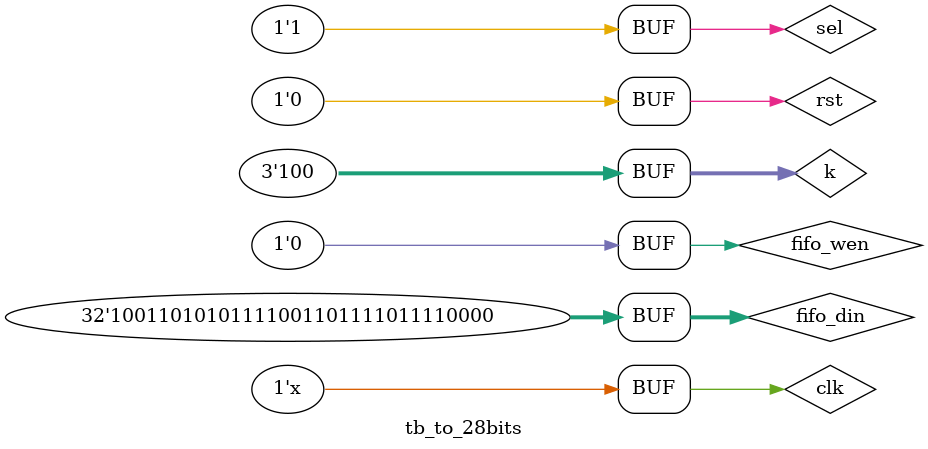
<source format=v>
`timescale 1ns / 1ns

module tb_to_28bits();

reg clk, rst;
reg sel;
reg [2:0] k;
wire [21:0] dout;
wire req;
wire valid;
reg wen;

reg [31:0] fifo_din;
reg fifo_wen;
wire [31:0] fifo_dout;
wire fifo_full, fifo_empty;

always #5 clk = ~clk;
initial begin
	#0 clk = 1'h 0;
	rst = 1'h 0;	
	wen = 1'h 0;
	sel = 1'h 1;
	k = 3'h 4;
	fifo_wen = 1'h 0;
	fifo_din = 32'h 0;
	#10 rst = 1'h 1;
	#10 rst = 1'h 0;
	#30 fifo_wen = 1'h 1;
	#0 fifo_din = 32'h 01234567;
	#10 fifo_din = 32'h 12345678;
	#10 fifo_din = 32'h 23456789;
	#10 fifo_din = 32'h 3456789a;
	#10 fifo_din = 32'h 456789ab;
	#10 fifo_din = 32'h 56789abc;
	#10 fifo_din = 32'h 6789abcd;
	#10 fifo_din = 32'h 789abcde;
	#10 fifo_din = 32'h 89abcdef;
	#10 fifo_din = 32'h 9abcdef0;
	// #10 fifo_din = 32'h abcdef01;
	// #10 fifo_din = 32'h bcdef012;
	// #10 fifo_din = 32'h cdef0123;
	// #10 fifo_din = 32'h def01234;
	// #10 fifo_din = 32'h ef012345;
	// #10 fifo_din = 32'h f0123456;
	// #10 fifo_din = 32'h 01234567;
	// #10 fifo_din = 32'h 12345678;
	// #10 fifo_din = 32'h 23456789;
	// #10 fifo_din = 32'h 3456789a;
	// #10 fifo_din = 32'h 456789ab;
	// #10 fifo_din = 32'h 56789abc;
	#10 fifo_wen = 1'h 0; 
end
always @(posedge clk) wen <= ~fifo_empty & req;

fifo_generator_0 fifo(
.clk(clk),
.srst(rst),
.din(fifo_din),
.wr_en(fifo_wen),
.rd_en(req),
.dout(fifo_dout),
.full(fifo_full),
.empty(fifo_empty)
); 

_to_28bits u(
.clk(clk),
.rst(rst),
.din(fifo_dout),
.fifo_empty(fifo_empty),
.sel(sel),
.k(k),
.dout(dout),
.req(req),
.valid(valid)
);

endmodule


</source>
